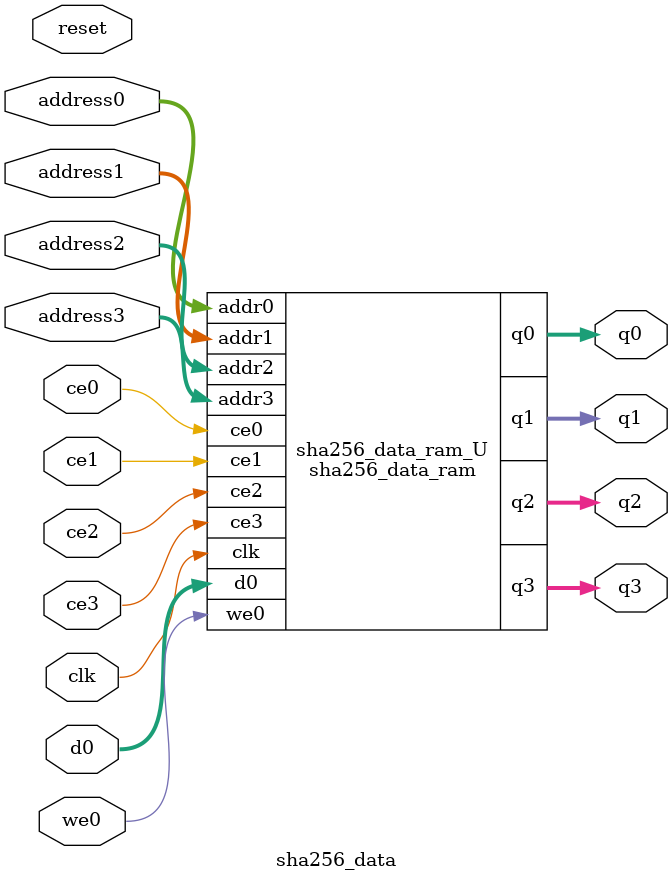
<source format=v>
`timescale 1 ns / 1 ps
module sha256_data_ram (addr0, ce0, d0, we0, q0, addr1, ce1, q1, addr2, ce2, q2, addr3, ce3, q3,  clk);

parameter DWIDTH = 8;
parameter AWIDTH = 6;
parameter MEM_SIZE = 64;

input[AWIDTH-1:0] addr0;
input ce0;
input[DWIDTH-1:0] d0;
input we0;
output reg[DWIDTH-1:0] q0;
input[AWIDTH-1:0] addr1;
input ce1;
output reg[DWIDTH-1:0] q1;
input[AWIDTH-1:0] addr2;
input ce2;
output reg[DWIDTH-1:0] q2;
input[AWIDTH-1:0] addr3;
input ce3;
output reg[DWIDTH-1:0] q3;
input clk;

reg [DWIDTH-1:0] ram0[0:MEM_SIZE-1];
reg [DWIDTH-1:0] ram1[0:MEM_SIZE-1];
reg [DWIDTH-1:0] ram2[0:MEM_SIZE-1];



always @(posedge clk)  
begin 
    if (ce0) begin
        if (we0) 
            ram0[addr0] <= d0; 
        q0 <= ram0[addr0];
    end
end


always @(posedge clk)  
begin 
    if (ce1) begin
        q1 <= ram0[addr1];
    end
end


always @(posedge clk)  
begin 
    if (ce0) begin
        if (we0) 
            ram1[addr0] <= d0; 
    end
end

always @(posedge clk)  
begin 
    if (ce2) begin
        q2 <= ram1[addr2];
    end
end


always @(posedge clk)  
begin 
    if (ce0) begin
        if (we0) 
            ram2[addr0] <= d0; 
    end
end

always @(posedge clk)  
begin 
    if (ce3) begin
        q3 <= ram2[addr3];
    end
end


endmodule

`timescale 1 ns / 1 ps
module sha256_data(
    reset,
    clk,
    address0,
    ce0,
    we0,
    d0,
    q0,
    address1,
    ce1,
    q1,
    address2,
    ce2,
    q2,
    address3,
    ce3,
    q3);

parameter DataWidth = 32'd8;
parameter AddressRange = 32'd64;
parameter AddressWidth = 32'd6;
input reset;
input clk;
input[AddressWidth - 1:0] address0;
input ce0;
input we0;
input[DataWidth - 1:0] d0;
output[DataWidth - 1:0] q0;
input[AddressWidth - 1:0] address1;
input ce1;
output[DataWidth - 1:0] q1;
input[AddressWidth - 1:0] address2;
input ce2;
output[DataWidth - 1:0] q2;
input[AddressWidth - 1:0] address3;
input ce3;
output[DataWidth - 1:0] q3;



sha256_data_ram sha256_data_ram_U(
    .clk( clk ),
    .addr0( address0 ),
    .ce0( ce0 ),
    .we0( we0 ),
    .d0( d0 ),
    .q0( q0 ),
    .addr1( address1 ),
    .ce1( ce1 ),
    .q1( q1 ),
    .addr2( address2 ),
    .ce2( ce2 ),
    .q2( q2 ),
    .addr3( address3 ),
    .ce3( ce3 ),
    .q3( q3 ));

endmodule


</source>
